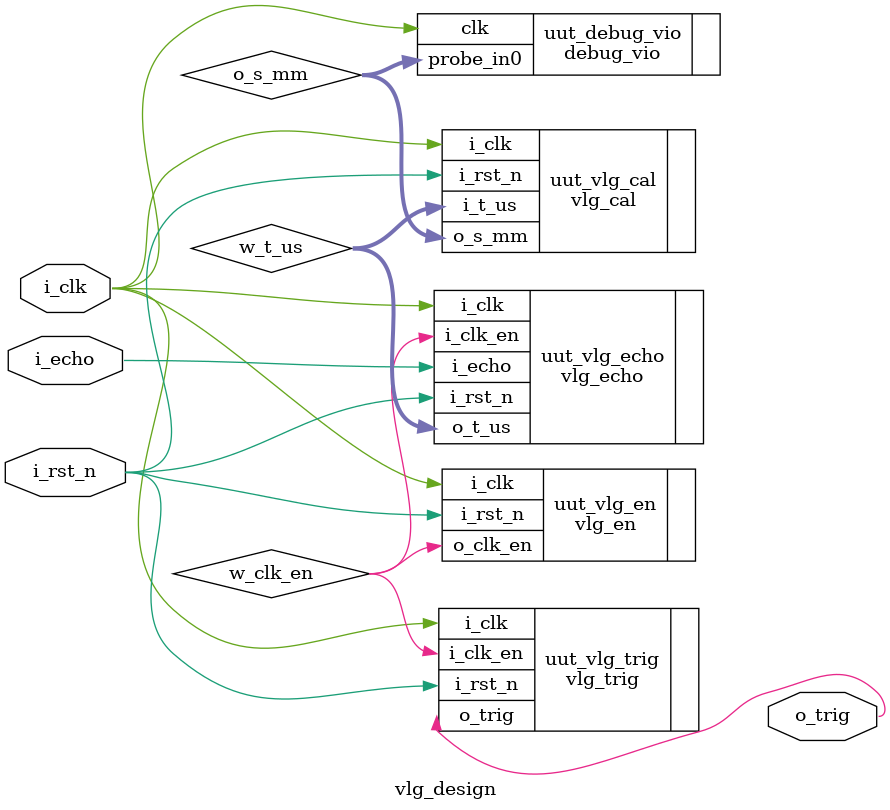
<source format=v>

`timescale 1ns/1ps

module vlg_design(
	input i_clk,
	input i_rst_n,
	input i_echo,
	output o_trig
    );

localparam P_CLK_PERIORD = 20;
wire w_clk_en;
wire[15:0] w_t_us;
wire[13:0] o_s_mm;
///////////////////////////////////////////////////////
//使能时钟产生模块
vlg_en #(
	.P_CLK_PERIORD(P_CLK_PERIORD)	//i_clk的时钟周期为20ns
	)
uut_vlg_en(
	.i_clk(i_clk),
	.i_rst_n(i_rst_n),
	.o_clk_en(w_clk_en)
    );

///////////////////////////////////////////////////////
//产生超声波测距模块的触发信号o_trig
vlg_trig uut_vlg_trig(
	.i_clk(i_clk),
	.i_rst_n(i_rst_n),
	.i_clk_en(w_clk_en),
	.o_trig(o_trig)
    );

///////////////////////////////////////////////////////
//超声波测距模块的回响信号i_echo的高电平时间采集
vlg_echo uut_vlg_echo(
	.i_clk(i_clk),
	.i_rst_n(i_rst_n),
	.i_clk_en(w_clk_en),
	.i_echo(i_echo),
	.o_t_us(w_t_us)
    );

///////////////////////////////////////////////////////
//进行时间和距离的转换运算s=0.179*t
vlg_cal uut_vlg_cal(
	.i_clk(i_clk),
	.i_rst_n(i_rst_n),
	.i_t_us(w_t_us),
	.o_s_mm(o_s_mm)
    );

///////////////////////////////////////////////////////
//VIO IP例化
debug_vio uut_debug_vio (
  .clk(i_clk),              // input wire clk
  .probe_in0(o_s_mm)  // input wire [13 : 0] probe_in0
);

endmodule


</source>
